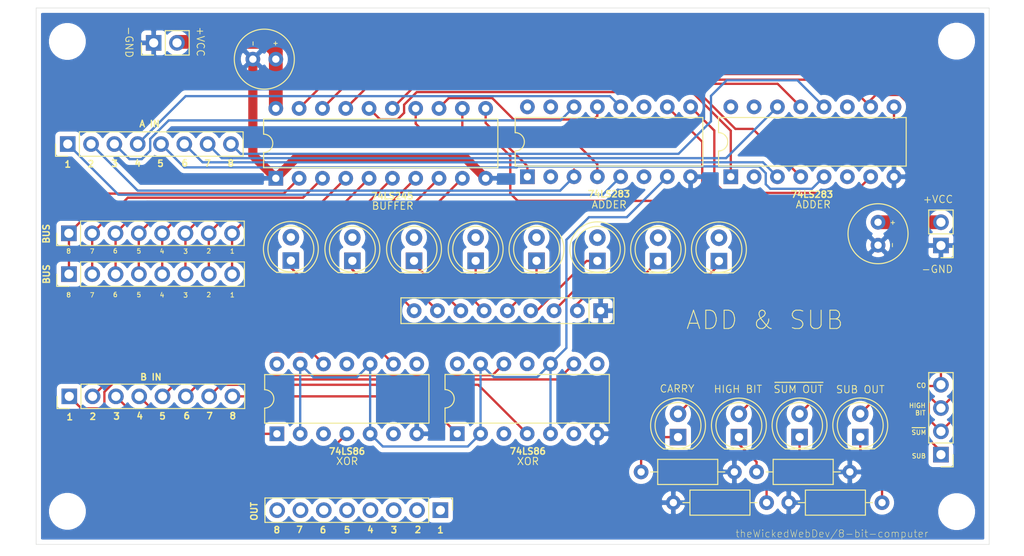
<source format=kicad_pcb>
(kicad_pcb (version 20171130) (host pcbnew "(5.1.9-0-10_14)")
  (layers (0 F.Cu signal) (1 In1.Cu signal) (2 In2.Cu signal hide) (31 B.Cu signal hide) (34 B.Paste user) (35 F.Paste user) (36 B.SilkS user) (37 F.SilkS user) (38 B.Mask user) (39 F.Mask user) (44 Edge.Cuts user))
  (net 0 "")
  (net 1 GND)
  (net 2 VCC)
  (net 3 A8)
  (net 4 A7)
  (net 5 A6)
  (net 6 A5)
  (net 7 A4)
  (net 8 A3)
  (net 9 A2)
  (net 10 A1)
  (net 11 B8)
  (net 12 B7)
  (net 13 B6)
  (net 14 B5)
  (net 15 B4)
  (net 16 B3)
  (net 17 B2)
  (net 18 B1)
  (net 19 /Y1)
  (net 20 /Y2)
  (net 21 /Y3)
  (net 22 /Y4)
  (net 23 /Y5)
  (net 24 /Y6)
  (net 25 /Y7)
  (net 26 /Y8)
  (net 27 "Net-(D25-Pad1)")
  (net 28 "Net-(D26-Pad1)")
  (net 29 "Net-(D27-Pad1)")
  (net 30 "Net-(D28-Pad1)")
  (net 31 /SUM_OUT)
  (net 32 /SUB)
  (net 33 /SUM8)
  (net 34 /CARRY_OUT)
  (net 35 /SUM7)
  (net 36 /SUM6)
  (net 37 /SUM5)
  (net 38 /SUM4)
  (net 39 /SUM3)
  (net 40 /SUM2)
  (net 41 /SUM1)
  (net 42 "Net-(U12-Pad15)")
  (net 43 "Net-(U12-Pad7)")
  (net 44 "Net-(U12-Pad6)")
  (net 45 "Net-(U12-Pad11)")
  (net 46 "Net-(U12-Pad2)")
  (net 47 "Net-(U13-Pad15)")
  (net 48 "Net-(U13-Pad6)")
  (net 49 "Net-(U13-Pad11)")
  (net 50 "Net-(U13-Pad2)")
  (net 51 "Net-(D1-Pad1)")
  (net 52 "Net-(D2-Pad1)")
  (net 53 "Net-(D3-Pad1)")
  (net 54 "Net-(D4-Pad1)")
  (net 55 "Net-(D5-Pad1)")
  (net 56 "Net-(D6-Pad1)")
  (net 57 "Net-(D7-Pad1)")
  (net 58 "Net-(D8-Pad1)")
  (module Connector_PinHeader_2.54mm:PinHeader_1x08_P2.54mm_Vertical (layer F.Cu) (at 111.22152 108.06684 270)
    (fp_text reference J8 hide)
    (fp_text value Conn_01x08)
    (pad 8 thru_hole oval (at 0 17.78 270) (size 1.7 1.7) (drill 1) (layers *.Cu *.Mask) (net 33 /SUM8))
    (pad 7 thru_hole oval (at 0 15.24 270) (size 1.7 1.7) (drill 1) (layers *.Cu *.Mask) (net 35 /SUM7))
    (pad 6 thru_hole oval (at 0 12.7 270) (size 1.7 1.7) (drill 1) (layers *.Cu *.Mask) (net 36 /SUM6))
    (pad 5 thru_hole oval (at 0 10.16 270) (size 1.7 1.7) (drill 1) (layers *.Cu *.Mask) (net 37 /SUM5))
    (pad 4 thru_hole oval (at 0 7.62 270) (size 1.7 1.7) (drill 1) (layers *.Cu *.Mask) (net 38 /SUM4))
    (pad 3 thru_hole oval (at 0 5.08 270) (size 1.7 1.7) (drill 1) (layers *.Cu *.Mask) (net 39 /SUM3))
    (pad 2 thru_hole oval (at 0 2.54 270) (size 1.7 1.7) (drill 1) (layers *.Cu *.Mask) (net 40 /SUM2))
    (pad 1 thru_hole rect (at 0 0 270) (size 1.7 1.7) (drill 1) (layers *.Cu *.Mask) (net 41 /SUM1))
  )
  (module Connector_PinHeader_2.54mm:PinHeader_1x02_P2.54mm_Vertical (layer F.Cu) (at 79.98968 57.10936 90)
    (fp_text reference J7 hide)
    (fp_text value Conn_01x02)
    (pad 2 thru_hole oval (at 0 2.54 90) (size 1.7 1.7) (drill 1) (layers *.Cu *.Mask) (net 2 VCC))
    (pad 1 thru_hole rect (at 0 0 90) (size 1.7 1.7) (drill 1) (layers *.Cu *.Mask) (net 1 GND))
  )
  (module Connector_PinHeader_2.54mm:PinHeader_1x08_P2.54mm_Vertical (layer F.Cu) (at 70.79488 95.6564 90)
    (fp_text reference J3 hide)
    (fp_text value Conn_01x08)
    (pad 8 thru_hole oval (at 0 17.78 90) (size 1.7 1.7) (drill 1) (layers *.Cu *.Mask) (net 11 B8))
    (pad 7 thru_hole oval (at 0 15.24 90) (size 1.7 1.7) (drill 1) (layers *.Cu *.Mask) (net 12 B7))
    (pad 6 thru_hole oval (at 0 12.7 90) (size 1.7 1.7) (drill 1) (layers *.Cu *.Mask) (net 13 B6))
    (pad 5 thru_hole oval (at 0 10.16 90) (size 1.7 1.7) (drill 1) (layers *.Cu *.Mask) (net 14 B5))
    (pad 4 thru_hole oval (at 0 7.62 90) (size 1.7 1.7) (drill 1) (layers *.Cu *.Mask) (net 15 B4))
    (pad 3 thru_hole oval (at 0 5.08 90) (size 1.7 1.7) (drill 1) (layers *.Cu *.Mask) (net 16 B3))
    (pad 2 thru_hole oval (at 0 2.54 90) (size 1.7 1.7) (drill 1) (layers *.Cu *.Mask) (net 17 B2))
    (pad 1 thru_hole rect (at 0 0 90) (size 1.7 1.7) (drill 1) (layers *.Cu *.Mask) (net 18 B1))
  )
  (module Connector_PinHeader_2.54mm:PinHeader_1x04_P2.54mm_Vertical (layer F.Cu) (at 165.75532 102.01148 180)
    (fp_text reference J5 hide)
    (fp_text value Conn_01x04)
    (pad 4 thru_hole oval (at 0 7.62 180) (size 1.7 1.7) (drill 1) (layers *.Cu *.Mask) (net 34 /CARRY_OUT))
    (pad 3 thru_hole oval (at 0 5.08 180) (size 1.7 1.7) (drill 1) (layers *.Cu *.Mask) (net 33 /SUM8))
    (pad 2 thru_hole oval (at 0 2.54 180) (size 1.7 1.7) (drill 1) (layers *.Cu *.Mask) (net 31 /SUM_OUT))
    (pad 1 thru_hole rect (at 0 0 180) (size 1.7 1.7) (drill 1) (layers *.Cu *.Mask) (net 32 /SUB))
  )
  (module Resistor_THT:R_Array_SIP9 (layer F.Cu) (at 128.68656 86.31428 180)
    (fp_text reference RN1 hide)
    (fp_text value R_Network08_US)
    (pad 9 thru_hole oval (at 20.32 0 180) (size 1.6 1.6) (drill 0.8) (layers *.Cu *.Mask) (net 51 "Net-(D1-Pad1)"))
    (pad 8 thru_hole oval (at 17.78 0 180) (size 1.6 1.6) (drill 0.8) (layers *.Cu *.Mask) (net 52 "Net-(D2-Pad1)"))
    (pad 7 thru_hole oval (at 15.24 0 180) (size 1.6 1.6) (drill 0.8) (layers *.Cu *.Mask) (net 53 "Net-(D3-Pad1)"))
    (pad 6 thru_hole oval (at 12.7 0 180) (size 1.6 1.6) (drill 0.8) (layers *.Cu *.Mask) (net 54 "Net-(D4-Pad1)"))
    (pad 5 thru_hole oval (at 10.16 0 180) (size 1.6 1.6) (drill 0.8) (layers *.Cu *.Mask) (net 55 "Net-(D5-Pad1)"))
    (pad 4 thru_hole oval (at 7.62 0 180) (size 1.6 1.6) (drill 0.8) (layers *.Cu *.Mask) (net 56 "Net-(D6-Pad1)"))
    (pad 3 thru_hole oval (at 5.08 0 180) (size 1.6 1.6) (drill 0.8) (layers *.Cu *.Mask) (net 57 "Net-(D7-Pad1)"))
    (pad 2 thru_hole oval (at 2.54 0 180) (size 1.6 1.6) (drill 0.8) (layers *.Cu *.Mask) (net 58 "Net-(D8-Pad1)"))
    (pad 1 thru_hole rect (at 0 0 180) (size 1.6 1.6) (drill 0.8) (layers *.Cu *.Mask) (net 1 GND))
  )
  (module LED_THT:LED_D5.0mm (layer F.Cu) (at 141.56944 80.899 90)
    (fp_text reference D8 hide)
    (fp_text value LED)
    (pad 2 thru_hole circle (at 2.54 0 90) (size 1.8 1.8) (drill 0.9) (layers *.Cu *.Mask) (net 41 /SUM1))
    (pad 1 thru_hole rect (at 0 0 90) (size 1.8 1.8) (drill 0.9) (layers *.Cu *.Mask) (net 58 "Net-(D8-Pad1)"))
  )
  (module LED_THT:LED_D5.0mm (layer F.Cu) (at 134.94004 80.899 90)
    (fp_text reference D7 hide)
    (fp_text value LED)
    (pad 2 thru_hole circle (at 2.54 0 90) (size 1.8 1.8) (drill 0.9) (layers *.Cu *.Mask) (net 40 /SUM2))
    (pad 1 thru_hole rect (at 0 0 90) (size 1.8 1.8) (drill 0.9) (layers *.Cu *.Mask) (net 57 "Net-(D7-Pad1)"))
  )
  (module LED_THT:LED_D5.0mm (layer F.Cu) (at 128.32588 80.88884 90)
    (fp_text reference D6 hide)
    (fp_text value LED)
    (pad 2 thru_hole circle (at 2.54 0 90) (size 1.8 1.8) (drill 0.9) (layers *.Cu *.Mask) (net 39 /SUM3))
    (pad 1 thru_hole rect (at 0 0 90) (size 1.8 1.8) (drill 0.9) (layers *.Cu *.Mask) (net 56 "Net-(D6-Pad1)"))
  )
  (module LED_THT:LED_D5.0mm (layer F.Cu) (at 121.69648 80.8736 90)
    (fp_text reference D5 hide)
    (fp_text value LED)
    (pad 2 thru_hole circle (at 2.54 0 90) (size 1.8 1.8) (drill 0.9) (layers *.Cu *.Mask) (net 38 /SUM4))
    (pad 1 thru_hole rect (at 0 0 90) (size 1.8 1.8) (drill 0.9) (layers *.Cu *.Mask) (net 55 "Net-(D5-Pad1)"))
  )
  (module LED_THT:LED_D5.0mm (layer F.Cu) (at 115.06708 80.8736 90)
    (fp_text reference D4 hide)
    (fp_text value LED)
    (pad 2 thru_hole circle (at 2.54 0 90) (size 1.8 1.8) (drill 0.9) (layers *.Cu *.Mask) (net 37 /SUM5))
    (pad 1 thru_hole rect (at 0 0 90) (size 1.8 1.8) (drill 0.9) (layers *.Cu *.Mask) (net 54 "Net-(D4-Pad1)"))
  )
  (module LED_THT:LED_D5.0mm (layer F.Cu) (at 108.35132 80.8736 90)
    (fp_text reference D3 hide)
    (fp_text value LED)
    (pad 2 thru_hole circle (at 2.54 0 90) (size 1.8 1.8) (drill 0.9) (layers *.Cu *.Mask) (net 36 /SUM6))
    (pad 1 thru_hole rect (at 0 0 90) (size 1.8 1.8) (drill 0.9) (layers *.Cu *.Mask) (net 53 "Net-(D3-Pad1)"))
  )
  (module LED_THT:LED_D5.0mm (layer F.Cu) (at 101.63556 80.8736 90)
    (fp_text reference D2 hide)
    (fp_text value LED)
    (pad 2 thru_hole circle (at 2.54 0 90) (size 1.8 1.8) (drill 0.9) (layers *.Cu *.Mask) (net 35 /SUM7))
    (pad 1 thru_hole rect (at 0 0 90) (size 1.8 1.8) (drill 0.9) (layers *.Cu *.Mask) (net 52 "Net-(D2-Pad1)"))
  )
  (module LED_THT:LED_D5.0mm (layer F.Cu) (at 94.93504 80.8482 90)
    (fp_text reference D1 hide)
    (fp_text value LED)
    (pad 2 thru_hole circle (at 2.54 0 90) (size 1.8 1.8) (drill 0.9) (layers *.Cu *.Mask) (net 33 /SUM8))
    (pad 1 thru_hole rect (at 0 0 90) (size 1.8 1.8) (drill 0.9) (layers *.Cu *.Mask) (net 51 "Net-(D1-Pad1)"))
  )
  (module Capacitor_THT:C_Radial_D6.3mm_H11.0mm_P2.50mm (layer F.Cu) (at 93.2942 58.88736 180)
    (fp_text reference C4 hide)
    (fp_text value CP1)
    (pad 2 thru_hole circle (at 2.5 0 180) (size 1.6 1.6) (drill 0.8) (layers *.Cu *.Mask) (net 1 GND))
    (pad 1 thru_hole circle (at 0 0 180) (size 1.6 1.6) (drill 0.8) (layers *.Cu *.Mask) (net 2 VCC))
  )
  (module MountingHole:MountingHole_3mm (layer F.Cu) (at 167.45712 56.92648)
    (fp_text reference REF** hide)
    (fp_text value MountingHole_3mm)
    (pad 1 np_thru_hole circle (at 0 0) (size 3 3) (drill 3) (layers *.Cu *.Mask))
  )
  (module MountingHole:MountingHole_3mm (layer F.Cu) (at 167.46728 108.22432)
    (fp_text reference REF** hide)
    (fp_text value MountingHole_3mm)
    (pad 1 np_thru_hole circle (at 0 0) (size 3 3) (drill 3) (layers *.Cu *.Mask))
  )
  (module MountingHole:MountingHole_3mm (layer F.Cu) (at 70.59168 108.19384)
    (fp_text reference REF** hide)
    (fp_text value MountingHole_3mm)
    (pad 1 np_thru_hole circle (at 0 0) (size 3 3) (drill 3) (layers *.Cu *.Mask))
  )
  (module MountingHole:MountingHole_3mm (layer F.Cu) (at 70.5866 56.95696)
    (fp_text reference REF** hide)
    (fp_text value MountingHole_3mm)
    (pad 1 np_thru_hole circle (at 0 0) (size 3 3) (drill 3) (layers *.Cu *.Mask))
  )
  (module Connector_PinHeader_2.54mm:PinHeader_1x08_P2.54mm_Vertical (layer F.Cu) (at 70.75932 82.32648 90)
    (fp_text reference J6 hide)
    (fp_text value Conn_01x08)
    (pad 8 thru_hole oval (at 0 17.78 90) (size 1.7 1.7) (drill 1) (layers *.Cu *.Mask) (net 19 /Y1))
    (pad 7 thru_hole oval (at 0 15.24 90) (size 1.7 1.7) (drill 1) (layers *.Cu *.Mask) (net 20 /Y2))
    (pad 6 thru_hole oval (at 0 12.7 90) (size 1.7 1.7) (drill 1) (layers *.Cu *.Mask) (net 21 /Y3))
    (pad 5 thru_hole oval (at 0 10.16 90) (size 1.7 1.7) (drill 1) (layers *.Cu *.Mask) (net 22 /Y4))
    (pad 4 thru_hole oval (at 0 7.62 90) (size 1.7 1.7) (drill 1) (layers *.Cu *.Mask) (net 23 /Y5))
    (pad 3 thru_hole oval (at 0 5.08 90) (size 1.7 1.7) (drill 1) (layers *.Cu *.Mask) (net 24 /Y6))
    (pad 2 thru_hole oval (at 0 2.54 90) (size 1.7 1.7) (drill 1) (layers *.Cu *.Mask) (net 25 /Y7))
    (pad 1 thru_hole rect (at 0 0 90) (size 1.7 1.7) (drill 1) (layers *.Cu *.Mask) (net 26 /Y8))
  )
  (module Connector_PinHeader_2.54mm:PinHeader_1x08_P2.54mm_Vertical (layer F.Cu) (at 70.74916 77.8764 90)
    (fp_text reference J4 hide)
    (fp_text value Conn_01x08)
    (pad 8 thru_hole oval (at 0 17.78 90) (size 1.7 1.7) (drill 1) (layers *.Cu *.Mask) (net 19 /Y1))
    (pad 7 thru_hole oval (at 0 15.24 90) (size 1.7 1.7) (drill 1) (layers *.Cu *.Mask) (net 20 /Y2))
    (pad 6 thru_hole oval (at 0 12.7 90) (size 1.7 1.7) (drill 1) (layers *.Cu *.Mask) (net 21 /Y3))
    (pad 5 thru_hole oval (at 0 10.16 90) (size 1.7 1.7) (drill 1) (layers *.Cu *.Mask) (net 22 /Y4))
    (pad 4 thru_hole oval (at 0 7.62 90) (size 1.7 1.7) (drill 1) (layers *.Cu *.Mask) (net 23 /Y5))
    (pad 3 thru_hole oval (at 0 5.08 90) (size 1.7 1.7) (drill 1) (layers *.Cu *.Mask) (net 24 /Y6))
    (pad 2 thru_hole oval (at 0 2.54 90) (size 1.7 1.7) (drill 1) (layers *.Cu *.Mask) (net 25 /Y7))
    (pad 1 thru_hole rect (at 0 0 90) (size 1.7 1.7) (drill 1) (layers *.Cu *.Mask) (net 26 /Y8))
  )
  (module Package_DIP:DIP-14_W7.62mm (layer F.Cu) (at 93.41104 99.74072 90)
    (fp_text reference U15 hide)
    (fp_text value 74LS86)
    (pad 14 thru_hole oval (at 7.62 0 90) (size 1.6 1.6) (drill 0.8) (layers *.Cu *.Mask) (net 2 VCC))
    (pad 7 thru_hole oval (at 0 15.24 90) (size 1.6 1.6) (drill 0.8) (layers *.Cu *.Mask) (net 1 GND))
    (pad 13 thru_hole oval (at 7.62 2.54 90) (size 1.6 1.6) (drill 0.8) (layers *.Cu *.Mask) (net 32 /SUB))
    (pad 6 thru_hole oval (at 0 12.7 90) (size 1.6 1.6) (drill 0.8) (layers *.Cu *.Mask) (net 47 "Net-(U13-Pad15)"))
    (pad 12 thru_hole oval (at 7.62 5.08 90) (size 1.6 1.6) (drill 0.8) (layers *.Cu *.Mask) (net 18 B1))
    (pad 5 thru_hole oval (at 0 10.16 90) (size 1.6 1.6) (drill 0.8) (layers *.Cu *.Mask) (net 32 /SUB))
    (pad 11 thru_hole oval (at 7.62 7.62 90) (size 1.6 1.6) (drill 0.8) (layers *.Cu *.Mask) (net 48 "Net-(U13-Pad6)"))
    (pad 4 thru_hole oval (at 0 7.62 90) (size 1.6 1.6) (drill 0.8) (layers *.Cu *.Mask) (net 16 B3))
    (pad 10 thru_hole oval (at 7.62 10.16 90) (size 1.6 1.6) (drill 0.8) (layers *.Cu *.Mask) (net 32 /SUB))
    (pad 3 thru_hole oval (at 0 5.08 90) (size 1.6 1.6) (drill 0.8) (layers *.Cu *.Mask) (net 49 "Net-(U13-Pad11)"))
    (pad 9 thru_hole oval (at 7.62 12.7 90) (size 1.6 1.6) (drill 0.8) (layers *.Cu *.Mask) (net 17 B2))
    (pad 2 thru_hole oval (at 0 2.54 90) (size 1.6 1.6) (drill 0.8) (layers *.Cu *.Mask) (net 32 /SUB))
    (pad 8 thru_hole oval (at 7.62 15.24 90) (size 1.6 1.6) (drill 0.8) (layers *.Cu *.Mask) (net 50 "Net-(U13-Pad2)"))
    (pad 1 thru_hole rect (at 0 0 90) (size 1.6 1.6) (drill 0.8) (layers *.Cu *.Mask) (net 15 B4))
  )
  (module Package_DIP:DIP-14_W7.62mm (layer F.Cu) (at 113.06048 99.73056 90)
    (fp_text reference U14 hide)
    (fp_text value 74LS86)
    (pad 14 thru_hole oval (at 7.62 0 90) (size 1.6 1.6) (drill 0.8) (layers *.Cu *.Mask) (net 2 VCC))
    (pad 7 thru_hole oval (at 0 15.24 90) (size 1.6 1.6) (drill 0.8) (layers *.Cu *.Mask) (net 1 GND))
    (pad 13 thru_hole oval (at 7.62 2.54 90) (size 1.6 1.6) (drill 0.8) (layers *.Cu *.Mask) (net 32 /SUB))
    (pad 6 thru_hole oval (at 0 12.7 90) (size 1.6 1.6) (drill 0.8) (layers *.Cu *.Mask) (net 42 "Net-(U12-Pad15)"))
    (pad 12 thru_hole oval (at 7.62 5.08 90) (size 1.6 1.6) (drill 0.8) (layers *.Cu *.Mask) (net 14 B5))
    (pad 5 thru_hole oval (at 0 10.16 90) (size 1.6 1.6) (drill 0.8) (layers *.Cu *.Mask) (net 32 /SUB))
    (pad 11 thru_hole oval (at 7.62 7.62 90) (size 1.6 1.6) (drill 0.8) (layers *.Cu *.Mask) (net 44 "Net-(U12-Pad6)"))
    (pad 4 thru_hole oval (at 0 7.62 90) (size 1.6 1.6) (drill 0.8) (layers *.Cu *.Mask) (net 12 B7))
    (pad 10 thru_hole oval (at 7.62 10.16 90) (size 1.6 1.6) (drill 0.8) (layers *.Cu *.Mask) (net 32 /SUB))
    (pad 3 thru_hole oval (at 0 5.08 90) (size 1.6 1.6) (drill 0.8) (layers *.Cu *.Mask) (net 45 "Net-(U12-Pad11)"))
    (pad 9 thru_hole oval (at 7.62 12.7 90) (size 1.6 1.6) (drill 0.8) (layers *.Cu *.Mask) (net 13 B6))
    (pad 2 thru_hole oval (at 0 2.54 90) (size 1.6 1.6) (drill 0.8) (layers *.Cu *.Mask) (net 32 /SUB))
    (pad 8 thru_hole oval (at 7.62 15.24 90) (size 1.6 1.6) (drill 0.8) (layers *.Cu *.Mask) (net 46 "Net-(U12-Pad2)"))
    (pad 1 thru_hole rect (at 0 0 90) (size 1.6 1.6) (drill 0.8) (layers *.Cu *.Mask) (net 11 B8))
  )
  (module Package_DIP:DIP-16_W7.62mm (layer F.Cu) (at 120.70334 71.70928 90)
    (fp_text reference U13 hide)
    (fp_text value 74LS283)
    (pad 16 thru_hole oval (at 7.62 0 90) (size 1.6 1.6) (drill 0.8) (layers *.Cu *.Mask) (net 2 VCC))
    (pad 8 thru_hole oval (at 0 17.78 90) (size 1.6 1.6) (drill 0.8) (layers *.Cu *.Mask) (net 1 GND))
    (pad 15 thru_hole oval (at 7.62 2.54 90) (size 1.6 1.6) (drill 0.8) (layers *.Cu *.Mask) (net 47 "Net-(U13-Pad15)"))
    (pad 7 thru_hole oval (at 0 15.24 90) (size 1.6 1.6) (drill 0.8) (layers *.Cu *.Mask) (net 32 /SUB))
    (pad 14 thru_hole oval (at 7.62 5.08 90) (size 1.6 1.6) (drill 0.8) (layers *.Cu *.Mask) (net 8 A3))
    (pad 6 thru_hole oval (at 0 12.7 90) (size 1.6 1.6) (drill 0.8) (layers *.Cu *.Mask) (net 48 "Net-(U13-Pad6)"))
    (pad 13 thru_hole oval (at 7.62 7.62 90) (size 1.6 1.6) (drill 0.8) (layers *.Cu *.Mask) (net 39 /SUM3))
    (pad 5 thru_hole oval (at 0 10.16 90) (size 1.6 1.6) (drill 0.8) (layers *.Cu *.Mask) (net 10 A1))
    (pad 12 thru_hole oval (at 7.62 10.16 90) (size 1.6 1.6) (drill 0.8) (layers *.Cu *.Mask) (net 7 A4))
    (pad 4 thru_hole oval (at 0 7.62 90) (size 1.6 1.6) (drill 0.8) (layers *.Cu *.Mask) (net 41 /SUM1))
    (pad 11 thru_hole oval (at 7.62 12.7 90) (size 1.6 1.6) (drill 0.8) (layers *.Cu *.Mask) (net 49 "Net-(U13-Pad11)"))
    (pad 3 thru_hole oval (at 0 5.08 90) (size 1.6 1.6) (drill 0.8) (layers *.Cu *.Mask) (net 9 A2))
    (pad 10 thru_hole oval (at 7.62 15.24 90) (size 1.6 1.6) (drill 0.8) (layers *.Cu *.Mask) (net 38 /SUM4))
    (pad 2 thru_hole oval (at 0 2.54 90) (size 1.6 1.6) (drill 0.8) (layers *.Cu *.Mask) (net 50 "Net-(U13-Pad2)"))
    (pad 9 thru_hole oval (at 7.62 17.78 90) (size 1.6 1.6) (drill 0.8) (layers *.Cu *.Mask) (net 43 "Net-(U12-Pad7)"))
    (pad 1 thru_hole rect (at 0 0 90) (size 1.6 1.6) (drill 0.8) (layers *.Cu *.Mask) (net 40 /SUM2))
  )
  (module Package_DIP:DIP-16_W7.62mm (layer F.Cu) (at 142.85976 71.70928 90)
    (fp_text reference U12 hide)
    (fp_text value 74LS283)
    (pad 16 thru_hole oval (at 7.62 0 90) (size 1.6 1.6) (drill 0.8) (layers *.Cu *.Mask) (net 2 VCC))
    (pad 8 thru_hole oval (at 0 17.78 90) (size 1.6 1.6) (drill 0.8) (layers *.Cu *.Mask) (net 1 GND))
    (pad 15 thru_hole oval (at 7.62 2.54 90) (size 1.6 1.6) (drill 0.8) (layers *.Cu *.Mask) (net 42 "Net-(U12-Pad15)"))
    (pad 7 thru_hole oval (at 0 15.24 90) (size 1.6 1.6) (drill 0.8) (layers *.Cu *.Mask) (net 43 "Net-(U12-Pad7)"))
    (pad 14 thru_hole oval (at 7.62 5.08 90) (size 1.6 1.6) (drill 0.8) (layers *.Cu *.Mask) (net 4 A7))
    (pad 6 thru_hole oval (at 0 12.7 90) (size 1.6 1.6) (drill 0.8) (layers *.Cu *.Mask) (net 44 "Net-(U12-Pad6)"))
    (pad 13 thru_hole oval (at 7.62 7.62 90) (size 1.6 1.6) (drill 0.8) (layers *.Cu *.Mask) (net 35 /SUM7))
    (pad 5 thru_hole oval (at 0 10.16 90) (size 1.6 1.6) (drill 0.8) (layers *.Cu *.Mask) (net 6 A5))
    (pad 12 thru_hole oval (at 7.62 10.16 90) (size 1.6 1.6) (drill 0.8) (layers *.Cu *.Mask) (net 3 A8))
    (pad 4 thru_hole oval (at 0 7.62 90) (size 1.6 1.6) (drill 0.8) (layers *.Cu *.Mask) (net 37 /SUM5))
    (pad 11 thru_hole oval (at 7.62 12.7 90) (size 1.6 1.6) (drill 0.8) (layers *.Cu *.Mask) (net 45 "Net-(U12-Pad11)"))
    (pad 3 thru_hole oval (at 0 5.08 90) (size 1.6 1.6) (drill 0.8) (layers *.Cu *.Mask) (net 5 A6))
    (pad 10 thru_hole oval (at 7.62 15.24 90) (size 1.6 1.6) (drill 0.8) (layers *.Cu *.Mask) (net 33 /SUM8))
    (pad 2 thru_hole oval (at 0 2.54 90) (size 1.6 1.6) (drill 0.8) (layers *.Cu *.Mask) (net 46 "Net-(U12-Pad2)"))
    (pad 9 thru_hole oval (at 7.62 17.78 90) (size 1.6 1.6) (drill 0.8) (layers *.Cu *.Mask) (net 34 /CARRY_OUT))
    (pad 1 thru_hole rect (at 0 0 90) (size 1.6 1.6) (drill 0.8) (layers *.Cu *.Mask) (net 36 /SUM6))
  )
  (module Package_DIP:DIP-20_W7.62mm (layer F.Cu) (at 93.2942 71.87692 90)
    (fp_text reference U11 hide)
    (fp_text value 74LS245)
    (pad 20 thru_hole oval (at 7.62 0 90) (size 1.6 1.6) (drill 0.8) (layers *.Cu *.Mask) (net 2 VCC))
    (pad 10 thru_hole oval (at 0 22.86 90) (size 1.6 1.6) (drill 0.8) (layers *.Cu *.Mask) (net 1 GND))
    (pad 19 thru_hole oval (at 7.62 2.54 90) (size 1.6 1.6) (drill 0.8) (layers *.Cu *.Mask) (net 31 /SUM_OUT))
    (pad 9 thru_hole oval (at 0 20.32 90) (size 1.6 1.6) (drill 0.8) (layers *.Cu *.Mask) (net 19 /Y1))
    (pad 18 thru_hole oval (at 7.62 5.08 90) (size 1.6 1.6) (drill 0.8) (layers *.Cu *.Mask) (net 33 /SUM8))
    (pad 8 thru_hole oval (at 0 17.78 90) (size 1.6 1.6) (drill 0.8) (layers *.Cu *.Mask) (net 20 /Y2))
    (pad 17 thru_hole oval (at 7.62 7.62 90) (size 1.6 1.6) (drill 0.8) (layers *.Cu *.Mask) (net 35 /SUM7))
    (pad 7 thru_hole oval (at 0 15.24 90) (size 1.6 1.6) (drill 0.8) (layers *.Cu *.Mask) (net 21 /Y3))
    (pad 16 thru_hole oval (at 7.62 10.16 90) (size 1.6 1.6) (drill 0.8) (layers *.Cu *.Mask) (net 36 /SUM6))
    (pad 6 thru_hole oval (at 0 12.7 90) (size 1.6 1.6) (drill 0.8) (layers *.Cu *.Mask) (net 22 /Y4))
    (pad 15 thru_hole oval (at 7.62 12.7 90) (size 1.6 1.6) (drill 0.8) (layers *.Cu *.Mask) (net 37 /SUM5))
    (pad 5 thru_hole oval (at 0 10.16 90) (size 1.6 1.6) (drill 0.8) (layers *.Cu *.Mask) (net 23 /Y5))
    (pad 14 thru_hole oval (at 7.62 15.24 90) (size 1.6 1.6) (drill 0.8) (layers *.Cu *.Mask) (net 38 /SUM4))
    (pad 4 thru_hole oval (at 0 7.62 90) (size 1.6 1.6) (drill 0.8) (layers *.Cu *.Mask) (net 24 /Y6))
    (pad 13 thru_hole oval (at 7.62 17.78 90) (size 1.6 1.6) (drill 0.8) (layers *.Cu *.Mask) (net 39 /SUM3))
    (pad 3 thru_hole oval (at 0 5.08 90) (size 1.6 1.6) (drill 0.8) (layers *.Cu *.Mask) (net 25 /Y7))
    (pad 12 thru_hole oval (at 7.62 20.32 90) (size 1.6 1.6) (drill 0.8) (layers *.Cu *.Mask) (net 40 /SUM2))
    (pad 2 thru_hole oval (at 0 2.54 90) (size 1.6 1.6) (drill 0.8) (layers *.Cu *.Mask) (net 26 /Y8))
    (pad 11 thru_hole oval (at 7.62 22.86 90) (size 1.6 1.6) (drill 0.8) (layers *.Cu *.Mask) (net 41 /SUM1))
    (pad 1 thru_hole rect (at 0 0 90) (size 1.6 1.6) (drill 0.8) (layers *.Cu *.Mask) (net 1 GND))
  )
  (module Resistor_THT:R_Axial_DIN0207_L6.3mm_D2.5mm_P10.16mm_Horizontal (layer F.Cu) (at 133.09092 103.89616)
    (fp_text reference R4 hide)
    (fp_text value R_Small_US)
    (pad 2 thru_hole oval (at 10.16 0) (size 1.6 1.6) (drill 0.8) (layers *.Cu *.Mask) (net 1 GND))
    (pad 1 thru_hole circle (at 0 0) (size 1.6 1.6) (drill 0.8) (layers *.Cu *.Mask) (net 30 "Net-(D28-Pad1)"))
  )
  (module Resistor_THT:R_Axial_DIN0207_L6.3mm_D2.5mm_P10.16mm_Horizontal (layer F.Cu) (at 145.669 103.89616)
    (fp_text reference R3 hide)
    (fp_text value R_Small_US)
    (pad 2 thru_hole oval (at 10.16 0) (size 1.6 1.6) (drill 0.8) (layers *.Cu *.Mask) (net 1 GND))
    (pad 1 thru_hole circle (at 0 0) (size 1.6 1.6) (drill 0.8) (layers *.Cu *.Mask) (net 29 "Net-(D27-Pad1)"))
  )
  (module Resistor_THT:R_Axial_DIN0207_L6.3mm_D2.5mm_P10.16mm_Horizontal (layer F.Cu) (at 146.7612 107.24388 180)
    (fp_text reference R2 hide)
    (fp_text value R_Small_US)
    (pad 2 thru_hole oval (at 10.16 0 180) (size 1.6 1.6) (drill 0.8) (layers *.Cu *.Mask) (net 1 GND))
    (pad 1 thru_hole circle (at 0 0 180) (size 1.6 1.6) (drill 0.8) (layers *.Cu *.Mask) (net 28 "Net-(D26-Pad1)"))
  )
  (module Resistor_THT:R_Axial_DIN0207_L6.3mm_D2.5mm_P10.16mm_Horizontal (layer F.Cu) (at 159.33928 107.24388 180)
    (fp_text reference R1 hide)
    (fp_text value R_Small_US)
    (pad 2 thru_hole oval (at 10.16 0 180) (size 1.6 1.6) (drill 0.8) (layers *.Cu *.Mask) (net 1 GND))
    (pad 1 thru_hole circle (at 0 0 180) (size 1.6 1.6) (drill 0.8) (layers *.Cu *.Mask) (net 27 "Net-(D25-Pad1)"))
  )
  (module Connector_PinHeader_2.54mm:PinHeader_1x08_P2.54mm_Vertical (layer F.Cu) (at 70.62724 68.14312 90)
    (fp_text reference J2 hide)
    (fp_text value Conn_01x08)
    (pad 8 thru_hole oval (at 0 17.78 90) (size 1.7 1.7) (drill 1) (layers *.Cu *.Mask) (net 3 A8))
    (pad 7 thru_hole oval (at 0 15.24 90) (size 1.7 1.7) (drill 1) (layers *.Cu *.Mask) (net 4 A7))
    (pad 6 thru_hole oval (at 0 12.7 90) (size 1.7 1.7) (drill 1) (layers *.Cu *.Mask) (net 5 A6))
    (pad 5 thru_hole oval (at 0 10.16 90) (size 1.7 1.7) (drill 1) (layers *.Cu *.Mask) (net 6 A5))
    (pad 4 thru_hole oval (at 0 7.62 90) (size 1.7 1.7) (drill 1) (layers *.Cu *.Mask) (net 7 A4))
    (pad 3 thru_hole oval (at 0 5.08 90) (size 1.7 1.7) (drill 1) (layers *.Cu *.Mask) (net 8 A3))
    (pad 2 thru_hole oval (at 0 2.54 90) (size 1.7 1.7) (drill 1) (layers *.Cu *.Mask) (net 9 A2))
    (pad 1 thru_hole rect (at 0 0 90) (size 1.7 1.7) (drill 1) (layers *.Cu *.Mask) (net 10 A1))
  )
  (module Connector_PinHeader_2.54mm:PinHeader_1x02_P2.54mm_Vertical (layer F.Cu) (at 165.75532 79.20736 180)
    (fp_text reference J1 hide)
    (fp_text value Conn_01x02)
    (pad 2 thru_hole oval (at 0 2.54 180) (size 1.7 1.7) (drill 1) (layers *.Cu *.Mask) (net 2 VCC))
    (pad 1 thru_hole rect (at 0 0 180) (size 1.7 1.7) (drill 1) (layers *.Cu *.Mask) (net 1 GND))
  )
  (module LED_THT:LED_D5.0mm (layer F.Cu) (at 137.11428 100.1014 90)
    (fp_text reference D28 hide)
    (fp_text value LED)
    (pad 2 thru_hole circle (at 2.54 0 90) (size 1.8 1.8) (drill 0.9) (layers *.Cu *.Mask) (net 34 /CARRY_OUT))
    (pad 1 thru_hole rect (at 0 0 90) (size 1.8 1.8) (drill 0.9) (layers *.Cu *.Mask) (net 30 "Net-(D28-Pad1)"))
  )
  (module LED_THT:LED_D5.0mm (layer F.Cu) (at 143.74368 100.10648 90)
    (fp_text reference D27 hide)
    (fp_text value LED)
    (pad 2 thru_hole circle (at 2.54 0 90) (size 1.8 1.8) (drill 0.9) (layers *.Cu *.Mask) (net 33 /SUM8))
    (pad 1 thru_hole rect (at 0 0 90) (size 1.8 1.8) (drill 0.9) (layers *.Cu *.Mask) (net 29 "Net-(D27-Pad1)"))
  )
  (module LED_THT:LED_D5.0mm (layer F.Cu) (at 150.35276 100.09632 90)
    (fp_text reference D26 hide)
    (fp_text value LED)
    (pad 2 thru_hole circle (at 2.54 0 90) (size 1.8 1.8) (drill 0.9) (layers *.Cu *.Mask) (net 31 /SUM_OUT))
    (pad 1 thru_hole rect (at 0 0 90) (size 1.8 1.8) (drill 0.9) (layers *.Cu *.Mask) (net 28 "Net-(D26-Pad1)"))
  )
  (module LED_THT:LED_D5.0mm (layer F.Cu) (at 156.96692 100.09124 90)
    (fp_text reference D25 hide)
    (fp_text value LED)
    (pad 2 thru_hole circle (at 2.54 0 90) (size 1.8 1.8) (drill 0.9) (layers *.Cu *.Mask) (net 32 /SUB))
    (pad 1 thru_hole rect (at 0 0 90) (size 1.8 1.8) (drill 0.9) (layers *.Cu *.Mask) (net 27 "Net-(D25-Pad1)"))
  )
  (module Capacitor_THT:C_Radial_D6.3mm_H11.0mm_P2.50mm (layer F.Cu) (at 158.9024 76.67244 270)
    (fp_text reference C5 hide)
    (fp_text value CP1)
    (pad 2 thru_hole circle (at 2.5 0 270) (size 1.6 1.6) (drill 0.8) (layers *.Cu *.Mask) (net 1 GND))
    (pad 1 thru_hole circle (at 0 0 270) (size 1.6 1.6) (drill 0.8) (layers *.Cu *.Mask) (net 2 VCC))
  )
  (gr_text 1 (at 111.23676 110.22584) (layer F.SilkS) (effects (font (size 0.7 0.7))))
  (gr_text 2 (at 108.77804 110.20044) (layer F.SilkS) (effects (font (size 0.7 0.7))))
  (gr_text 6 (at 98.43516 110.22584) (layer F.SilkS) (effects (font (size 0.7 0.7))))
  (gr_text 8 (at 93.40596 110.22584) (layer F.SilkS) (effects (font (size 0.7 0.7))))
  (gr_text 5 (at 101.06152 110.22584) (layer F.SilkS) (effects (font (size 0.7 0.7))))
  (gr_text 3 (at 106.16692 110.22076) (layer F.SilkS) (effects (font (size 0.7 0.7))))
  (gr_text 7 (at 95.87992 110.19536) (layer F.SilkS) (effects (font (size 0.7 0.7))))
  (gr_text 4 (at 103.59644 110.20044) (layer F.SilkS) (effects (font (size 0.7 0.7))))
  (gr_text OUT (at 90.93708 108.19384 90) (layer F.SilkS) (effects (font (size 0.7 0.7))))
  (gr_text +VCC (at 85.09 58.674 -90) (layer F.SilkS) (effects (font (size 0.8 0.8) (thickness 0.09)) (justify right)))
  (gr_text -GND (at 77.31 58.8 -90) (layer F.SilkS) (effects (font (size 0.8 0.8) (thickness 0.09)) (justify right)))
  (gr_text BUS (at 68.29552 77.9272 90) (layer F.SilkS) (effects (font (size 0.7 0.7))))
  (gr_text 5 (at 78.67396 79.81696) (layer F.SilkS) (effects (font (size 0.5 0.5) (thickness 0.09)) (justify right)))
  (gr_text 3 (at 83.76412 79.85252) (layer F.SilkS) (effects (font (size 0.5 0.5) (thickness 0.09)) (justify right)))
  (gr_text 6 (at 76.10856 79.80172) (layer F.SilkS) (effects (font (size 0.5 0.5) (thickness 0.09)) (justify right)))
  (gr_text 1 (at 88.85428 79.82712) (layer F.SilkS) (effects (font (size 0.5 0.5) (thickness 0.09)) (justify right)))
  (gr_text 8 (at 71.0184 79.82712) (layer F.SilkS) (effects (font (size 0.5 0.5) (thickness 0.09)) (justify right)))
  (gr_text 7 (at 73.5838 79.84236) (layer F.SilkS) (effects (font (size 0.5 0.5) (thickness 0.09)) (justify right)))
  (gr_text 2 (at 86.28888 79.81188) (layer F.SilkS) (effects (font (size 0.5 0.5) (thickness 0.09)) (justify right)))
  (gr_text 4 (at 81.19872 79.83728) (layer F.SilkS) (effects (font (size 0.5 0.5) (thickness 0.09)) (justify right)))
  (gr_text XOR (at 101.0666 102.72776) (layer F.SilkS) (effects (font (size 0.8 0.8) (thickness 0.1))))
  (gr_line (start 162.61588 99.07016) (end 164.05352 99.07016) (layer F.SilkS) (width 0.12))
  (gr_line (start 152.908 94.12732) (end 147.67052 94.12732) (layer F.SilkS) (width 0.12))
  (gr_text "SUB OUT" (at 159.67964 94.90456) (layer F.SilkS) (effects (font (size 0.8 0.8) (thickness 0.09)) (justify right)))
  (gr_text "SUM OUT" (at 152.99436 94.87916) (layer F.SilkS) (effects (font (size 0.8 0.8) (thickness 0.09)) (justify right)))
  (gr_text "HIGH BIT" (at 146.33448 94.87408) (layer F.SilkS) (effects (font (size 0.8 0.8) (thickness 0.09)) (justify right)))
  (gr_text CARRY (at 138.95832 94.82328) (layer F.SilkS) (effects (font (size 0.8 0.8) (thickness 0.09)) (justify right)))
  (gr_line (start 171.00804 53.30952) (end 171.00804 111.80064) (layer Edge.Cuts) (width 0.05))
  (gr_line (start 67.183 53.30952) (end 171.00804 53.30952) (layer Edge.Cuts) (width 0.05))
  (gr_line (start 67.183 111.80064) (end 67.183 53.30952) (layer Edge.Cuts) (width 0.05))
  (gr_line (start 171.00804 111.80064) (end 67.183 111.80064) (layer Edge.Cuts) (width 0.05))
  (gr_text theWickedWebDev/8-bit-computer (at 153.88 110.63) (layer F.SilkS) (effects (font (size 0.8 0.8) (thickness 0.05))))
  (gr_text "ADD & SUB" (at 146.56308 87.33536) (layer F.SilkS) (effects (font (size 2 2) (thickness 0.1))))
  (gr_text BUFFER (at 106.02976 74.89) (layer F.SilkS) (effects (font (size 0.8 0.8) (thickness 0.1))))
  (gr_text 74LS283 (at 129.59 73.59) (layer F.SilkS) (effects (font (size 0.7 0.7))))
  (gr_text ADDER (at 129.61112 74.7522) (layer F.SilkS) (effects (font (size 0.8 0.8) (thickness 0.1))))
  (gr_text ADDER (at 151.84 74.74) (layer F.SilkS) (effects (font (size 0.8 0.8) (thickness 0.1))))
  (gr_text XOR (at 120.76684 102.743) (layer F.SilkS) (effects (font (size 0.8 0.8) (thickness 0.1))))
  (gr_text - (at 160.43148 78.7908 90) (layer F.SilkS) (effects (font (size 0.5 0.5) (thickness 0.09)) (justify right)))
  (gr_text + (at 160.47212 76.34224 90) (layer F.SilkS) (effects (font (size 0.5 0.5) (thickness 0.09)) (justify right)))
  (gr_text 74LS86 (at 120.74652 101.64064) (layer F.SilkS) (effects (font (size 0.7 0.7))))
  (gr_text 74LS86 (at 101.05136 101.6508) (layer F.SilkS) (effects (font (size 0.7 0.7))))
  (gr_text 74LS283 (at 151.70912 73.63968) (layer F.SilkS) (effects (font (size 0.7 0.7))))
  (gr_text 74LS245 (at 105.98404 73.8124) (layer F.SilkS) (effects (font (size 0.7 0.7))))
  (gr_text - (at 90.8558 57.54624 270) (layer F.SilkS) (effects (font (size 0.5 0.5) (thickness 0.09)) (justify right)))
  (gr_text + (at 93.30436 57.531 270) (layer F.SilkS) (effects (font (size 0.5 0.5) (thickness 0.09)) (justify right)))
  (gr_text 4 (at 81.19872 84.6074) (layer F.SilkS) (effects (font (size 0.5 0.5) (thickness 0.09)) (justify right)))
  (gr_text 3 (at 83.76412 84.62264) (layer F.SilkS) (effects (font (size 0.5 0.5) (thickness 0.09)) (justify right)))
  (gr_text 2 (at 86.28888 84.582) (layer F.SilkS) (effects (font (size 0.5 0.5) (thickness 0.09)) (justify right)))
  (gr_text 1 (at 88.85428 84.59724) (layer F.SilkS) (effects (font (size 0.5 0.5) (thickness 0.09)) (justify right)))
  (gr_text 6 (at 76.10856 84.57184) (layer F.SilkS) (effects (font (size 0.5 0.5) (thickness 0.09)) (justify right)))
  (gr_text 5 (at 78.67396 84.58708) (layer F.SilkS) (effects (font (size 0.5 0.5) (thickness 0.09)) (justify right)))
  (gr_text 7 (at 73.5838 84.61248) (layer F.SilkS) (effects (font (size 0.5 0.5) (thickness 0.09)) (justify right)))
  (gr_text 8 (at 71.0184 84.59724) (layer F.SilkS) (effects (font (size 0.5 0.5) (thickness 0.09)) (justify right)))
  (gr_text BUS (at 68.31584 82.33156 90) (layer F.SilkS) (effects (font (size 0.7 0.7))))
  (gr_text +VCC (at 167.132 74.168) (layer F.SilkS) (effects (font (size 0.8 0.8) (thickness 0.09)) (justify right)))
  (gr_text -GND (at 167.132 81.788) (layer F.SilkS) (effects (font (size 0.8 0.8) (thickness 0.09)) (justify right)))
  (gr_text SUB (at 164.15512 102.1588) (layer F.SilkS) (effects (font (size 0.5 0.5) (thickness 0.09)) (justify right)))
  (gr_text SUM (at 164.19576 99.5934) (layer F.SilkS) (effects (font (size 0.5 0.5) (thickness 0.09)) (justify right)))
  (gr_text CO (at 164.17544 94.47276) (layer F.SilkS) (effects (font (size 0.5 0.5) (thickness 0.09)) (justify right)))
  (gr_text "HIGH\nBIT" (at 164.1348 97.06356) (layer F.SilkS) (effects (font (size 0.5 0.5) (thickness 0.09)) (justify right)))
  (gr_text "B IN" (at 79.68996 93.55328) (layer F.SilkS) (effects (font (size 0.7 0.7))))
  (gr_text 7 (at 86.0806 97.79508) (layer F.SilkS) (effects (font (size 0.7 0.7))))
  (gr_text 1 (at 70.85076 97.90176) (layer F.SilkS) (effects (font (size 0.7 0.7))))
  (gr_text 3 (at 75.95108 97.82556) (layer F.SilkS) (effects (font (size 0.7 0.7))))
  (gr_text 5 (at 80.9498 97.8154) (layer F.SilkS) (effects (font (size 0.7 0.7))))
  (gr_text 8 (at 88.60536 97.79) (layer F.SilkS) (effects (font (size 0.7 0.7))))
  (gr_text 6 (at 83.5914 97.77984) (layer F.SilkS) (effects (font (size 0.7 0.7))))
  (gr_text 4 (at 78.47076 97.79508) (layer F.SilkS) (effects (font (size 0.7 0.7))))
  (gr_text 2 (at 73.36028 97.86112) (layer F.SilkS) (effects (font (size 0.7 0.7))))
  (gr_text 8 (at 88.38692 70.24116) (layer F.SilkS) (effects (font (size 0.7 0.7))))
  (gr_text 7 (at 85.86216 70.24624) (layer F.SilkS) (effects (font (size 0.7 0.7))))
  (gr_text 6 (at 83.37296 70.231) (layer F.SilkS) (effects (font (size 0.7 0.7))))
  (gr_text 5 (at 80.73136 70.26656) (layer F.SilkS) (effects (font (size 0.7 0.7))))
  (gr_text 4 (at 78.25232 70.24624) (layer F.SilkS) (effects (font (size 0.7 0.7))))
  (gr_text 3 (at 75.73264 70.27672) (layer F.SilkS) (effects (font (size 0.7 0.7))))
  (gr_text 2 (at 73.14184 70.31228) (layer F.SilkS) (effects (font (size 0.7 0.7))))
  (gr_text 1 (at 70.63232 70.35292) (layer F.SilkS) (effects (font (size 0.7 0.7))))
  (gr_text "A IN" (at 79.54264 65.94348) (layer F.SilkS) (effects (font (size 0.7 0.7))))
  (segment (start 90.7942 69.37692) (end 93.2942 71.87692) (width 1) (layer F.Cu) (net 1))
  (segment (start 90.7942 58.88736) (end 90.7942 69.37692) (width 1) (layer F.Cu) (net 1))
  (segment (start 116.1542 71.87692) (end 113.9444 69.66712) (width 1) (layer F.Cu) (net 1))
  (segment (start 95.504 69.66712) (end 93.2942 71.87692) (width 1) (layer F.Cu) (net 1))
  (segment (start 113.9444 69.66712) (end 95.504 69.66712) (width 1) (layer F.Cu) (net 1))
  (segment (start 165.75024 76.67244) (end 165.75532 76.66736) (width 0.25) (layer F.Cu) (net 2))
  (segment (start 158.9024 76.67244) (end 165.75024 76.67244) (width 1.5) (layer F.Cu) (net 2))
  (segment (start 93.2942 58.88736) (end 93.2942 64.25692) (width 1.5) (layer F.Cu) (net 2))
  (segment (start 93.2942 58.00852) (end 93.2942 58.88736) (width 1.5) (layer F.Cu) (net 2))
  (segment (start 92.28836 57.00268) (end 93.2942 58.00852) (width 1.5) (layer F.Cu) (net 2))
  (segment (start 82.63636 57.00268) (end 92.28836 57.00268) (width 1.5) (layer F.Cu) (net 2))
  (segment (start 82.52968 57.10936) (end 82.63636 57.00268) (width 1.5) (layer F.Cu) (net 2))
  (segment (start 150.121189 61.190709) (end 153.01976 64.08928) (width 0.25) (layer B.Cu) (net 3))
  (segment (start 142.40412 61.190709) (end 150.121189 61.190709) (width 0.25) (layer B.Cu) (net 3))
  (segment (start 137.16508 69.20992) (end 140.702869 65.672131) (width 0.25) (layer B.Cu) (net 3))
  (segment (start 140.702869 65.672131) (end 140.702869 62.89196) (width 0.25) (layer B.Cu) (net 3))
  (segment (start 89.47404 69.20992) (end 137.16508 69.20992) (width 0.25) (layer B.Cu) (net 3))
  (segment (start 140.702869 62.89196) (end 142.40412 61.190709) (width 0.25) (layer B.Cu) (net 3))
  (segment (start 88.40724 68.14312) (end 89.47404 69.20992) (width 0.25) (layer B.Cu) (net 3))
  (segment (start 85.86724 68.14312) (end 87.408377 69.684257) (width 0.25) (layer B.Cu) (net 4))
  (segment (start 87.408377 69.684257) (end 142.344783 69.684257) (width 0.25) (layer B.Cu) (net 4))
  (segment (start 142.344783 69.684257) (end 147.93976 64.08928) (width 0.25) (layer B.Cu) (net 4))
  (segment (start 85.318388 70.134268) (end 146.364748 70.134268) (width 0.25) (layer B.Cu) (net 5))
  (segment (start 146.364748 70.134268) (end 147.93976 71.70928) (width 0.25) (layer B.Cu) (net 5))
  (segment (start 83.32724 68.14312) (end 85.318388 70.134268) (width 0.25) (layer B.Cu) (net 5))
  (segment (start 80.78724 68.14312) (end 83.33232 70.6882) (width 0.25) (layer B.Cu) (net 6))
  (segment (start 145.939761 70.584279) (end 146.66976 71.314278) (width 0.25) (layer B.Cu) (net 6))
  (segment (start 83.33232 70.6882) (end 119.539418 70.6882) (width 0.25) (layer B.Cu) (net 6))
  (segment (start 119.539418 70.6882) (end 119.643339 70.584279) (width 0.25) (layer B.Cu) (net 6))
  (segment (start 119.643339 70.584279) (end 145.939761 70.584279) (width 0.25) (layer B.Cu) (net 6))
  (segment (start 146.66976 71.314278) (end 146.66976 72.52716) (width 0.25) (layer B.Cu) (net 6))
  (segment (start 146.66976 72.52716) (end 147.1676 73.025) (width 0.25) (layer B.Cu) (net 6))
  (segment (start 151.70404 73.025) (end 153.01976 71.70928) (width 0.25) (layer B.Cu) (net 6))
  (segment (start 147.1676 73.025) (end 151.70404 73.025) (width 0.25) (layer B.Cu) (net 6))
  (segment (start 129.69494 62.92088) (end 130.86334 64.08928) (width 0.25) (layer B.Cu) (net 7))
  (segment (start 83.46948 62.92088) (end 129.69494 62.92088) (width 0.25) (layer B.Cu) (net 7))
  (segment (start 78.24724 68.14312) (end 83.46948 62.92088) (width 0.25) (layer B.Cu) (net 7))
  (segment (start 124.30506 65.56756) (end 125.78334 64.08928) (width 0.25) (layer B.Cu) (net 8))
  (segment (start 79.612239 67.579119) (end 81.623798 65.56756) (width 0.25) (layer B.Cu) (net 8))
  (segment (start 81.623798 65.56756) (end 124.30506 65.56756) (width 0.25) (layer B.Cu) (net 8))
  (segment (start 78.6892 69.78904) (end 79.612239 68.866001) (width 0.25) (layer B.Cu) (net 8))
  (segment (start 79.612239 68.866001) (end 79.612239 67.579119) (width 0.25) (layer B.Cu) (net 8))
  (segment (start 77.35316 69.78904) (end 78.6892 69.78904) (width 0.25) (layer B.Cu) (net 8))
  (segment (start 75.70724 68.14312) (end 77.35316 69.78904) (width 0.25) (layer B.Cu) (net 8))
  (segment (start 125.78334 71.70928) (end 125.78334 70.91426) (width 0.25) (layer F.Cu) (net 9))
  (segment (start 78.244269 73.220149) (end 124.272471 73.220149) (width 0.25) (layer B.Cu) (net 9))
  (segment (start 73.16724 68.14312) (end 78.244269 73.220149) (width 0.25) (layer B.Cu) (net 9))
  (segment (start 124.272471 73.220149) (end 125.78334 71.70928) (width 0.25) (layer B.Cu) (net 9))
  (segment (start 128.90246 73.67016) (end 130.86334 71.70928) (width 0.25) (layer B.Cu) (net 10))
  (segment (start 70.62724 68.14312) (end 76.15428 73.67016) (width 0.25) (layer B.Cu) (net 10))
  (segment (start 76.15428 73.67016) (end 128.90246 73.67016) (width 0.25) (layer B.Cu) (net 10))
  (segment (start 108.98632 95.6564) (end 113.06048 99.73056) (width 0.25) (layer F.Cu) (net 11))
  (segment (start 88.57488 95.6564) (end 108.98632 95.6564) (width 0.25) (layer F.Cu) (net 11))
  (segment (start 86.03488 95.6564) (end 87.2998 94.39148) (width 0.25) (layer F.Cu) (net 12))
  (segment (start 115.3414 94.39148) (end 120.68048 99.73056) (width 0.25) (layer F.Cu) (net 12))
  (segment (start 87.2998 94.39148) (end 115.3414 94.39148) (width 0.25) (layer F.Cu) (net 12))
  (segment (start 83.49488 95.6564) (end 85.33892 93.81236) (width 0.25) (layer F.Cu) (net 13))
  (segment (start 124.05868 93.81236) (end 125.76048 92.11056) (width 0.25) (layer F.Cu) (net 13))
  (segment (start 85.33892 93.81236) (end 124.05868 93.81236) (width 0.25) (layer F.Cu) (net 13))
  (segment (start 80.95488 95.6564) (end 83.2612 93.35008) (width 0.25) (layer F.Cu) (net 14))
  (segment (start 116.90096 93.35008) (end 118.14048 92.11056) (width 0.25) (layer F.Cu) (net 14))
  (segment (start 83.2612 93.35008) (end 116.90096 93.35008) (width 0.25) (layer F.Cu) (net 14))
  (segment (start 82.4992 99.74072) (end 93.41104 99.74072) (width 0.25) (layer F.Cu) (net 15))
  (segment (start 78.41488 95.6564) (end 82.4992 99.74072) (width 0.25) (layer F.Cu) (net 15))
  (segment (start 75.87488 95.6564) (end 81.50352 101.28504) (width 0.25) (layer F.Cu) (net 16))
  (segment (start 99.48672 101.28504) (end 101.03104 99.74072) (width 0.25) (layer F.Cu) (net 16))
  (segment (start 81.50352 101.28504) (end 99.48672 101.28504) (width 0.25) (layer F.Cu) (net 16))
  (segment (start 73.33488 95.6564) (end 78.68412 90.30716) (width 0.25) (layer F.Cu) (net 17))
  (segment (start 78.68412 90.30716) (end 104.29748 90.30716) (width 0.25) (layer F.Cu) (net 17))
  (segment (start 104.29748 90.30716) (end 106.11104 92.12072) (width 0.25) (layer F.Cu) (net 17))
  (segment (start 97.127491 90.757171) (end 98.49104 92.12072) (width 0.25) (layer F.Cu) (net 18))
  (segment (start 74.1172 96.96704) (end 74.62012 96.46412) (width 0.25) (layer F.Cu) (net 18))
  (segment (start 72.10552 96.96704) (end 74.1172 96.96704) (width 0.25) (layer F.Cu) (net 18))
  (segment (start 74.62012 95.172158) (end 79.035107 90.757171) (width 0.25) (layer F.Cu) (net 18))
  (segment (start 79.035107 90.757171) (end 97.127491 90.757171) (width 0.25) (layer F.Cu) (net 18))
  (segment (start 74.62012 96.46412) (end 74.62012 95.172158) (width 0.25) (layer F.Cu) (net 18))
  (segment (start 70.79488 95.6564) (end 72.10552 96.96704) (width 0.25) (layer F.Cu) (net 18))
  (segment (start 108.79328 76.69784) (end 113.6142 71.87692) (width 0.25) (layer F.Cu) (net 19))
  (segment (start 88.52916 77.8764) (end 89.70772 76.69784) (width 0.25) (layer F.Cu) (net 19))
  (segment (start 89.70772 76.69784) (end 108.79328 76.69784) (width 0.25) (layer F.Cu) (net 19))
  (segment (start 88.52916 82.31632) (end 88.53932 82.32648) (width 0.25) (layer F.Cu) (net 19))
  (segment (start 88.52916 77.8764) (end 88.52916 82.31632) (width 0.25) (layer F.Cu) (net 19))
  (segment (start 111.0742 71.87692) (end 106.703291 76.247829) (width 0.25) (layer F.Cu) (net 20))
  (segment (start 106.703291 76.247829) (end 87.617731 76.247829) (width 0.25) (layer F.Cu) (net 20))
  (segment (start 87.617731 76.247829) (end 85.98916 77.8764) (width 0.25) (layer F.Cu) (net 20))
  (segment (start 85.99932 77.88656) (end 85.98916 77.8764) (width 0.25) (layer F.Cu) (net 20))
  (segment (start 85.99932 82.32648) (end 85.99932 77.88656) (width 0.25) (layer F.Cu) (net 20))
  (segment (start 83.44916 77.8764) (end 85.527742 75.797818) (width 0.25) (layer F.Cu) (net 21))
  (segment (start 85.527742 75.797818) (end 104.613302 75.797818) (width 0.25) (layer F.Cu) (net 21))
  (segment (start 104.613302 75.797818) (end 108.5342 71.87692) (width 0.25) (layer F.Cu) (net 21))
  (segment (start 83.44916 82.31632) (end 83.45932 82.32648) (width 0.25) (layer F.Cu) (net 21))
  (segment (start 83.44916 77.8764) (end 83.44916 82.31632) (width 0.25) (layer F.Cu) (net 21))
  (segment (start 83.437753 75.347807) (end 80.90916 77.8764) (width 0.25) (layer F.Cu) (net 22))
  (segment (start 105.9942 71.87692) (end 102.523313 75.347807) (width 0.25) (layer F.Cu) (net 22))
  (segment (start 102.523313 75.347807) (end 83.437753 75.347807) (width 0.25) (layer F.Cu) (net 22))
  (segment (start 80.91932 77.88656) (end 80.90916 77.8764) (width 0.25) (layer F.Cu) (net 22))
  (segment (start 80.91932 82.32648) (end 80.91932 77.88656) (width 0.25) (layer F.Cu) (net 22))
  (segment (start 81.347764 74.897796) (end 78.36916 77.8764) (width 0.25) (layer F.Cu) (net 23))
  (segment (start 103.4542 71.87692) (end 100.433324 74.897796) (width 0.25) (layer F.Cu) (net 23))
  (segment (start 100.433324 74.897796) (end 81.347764 74.897796) (width 0.25) (layer F.Cu) (net 23))
  (segment (start 78.36916 77.8764) (end 78.36916 81.811172) (width 0.25) (layer F.Cu) (net 23))
  (segment (start 100.9142 71.87692) (end 98.343335 74.447785) (width 0.25) (layer F.Cu) (net 24))
  (segment (start 79.257775 74.447785) (end 75.82916 77.8764) (width 0.25) (layer F.Cu) (net 24))
  (segment (start 98.343335 74.447785) (end 79.257775 74.447785) (width 0.25) (layer F.Cu) (net 24))
  (segment (start 75.83932 77.88656) (end 75.82916 77.8764) (width 0.25) (layer F.Cu) (net 24))
  (segment (start 75.83932 82.32648) (end 75.83932 77.88656) (width 0.25) (layer F.Cu) (net 24))
  (segment (start 96.253346 73.997774) (end 77.167786 73.997774) (width 0.25) (layer F.Cu) (net 25))
  (segment (start 98.3742 71.87692) (end 96.253346 73.997774) (width 0.25) (layer F.Cu) (net 25))
  (segment (start 77.167786 73.997774) (end 73.28916 77.8764) (width 0.25) (layer F.Cu) (net 25))
  (segment (start 73.28916 82.31632) (end 73.29932 82.32648) (width 0.25) (layer F.Cu) (net 25))
  (segment (start 73.28916 77.8764) (end 73.28916 82.31632) (width 0.25) (layer F.Cu) (net 25))
  (segment (start 95.8342 71.87692) (end 94.163357 73.547763) (width 0.25) (layer F.Cu) (net 26))
  (segment (start 94.163357 73.547763) (end 75.077797 73.547763) (width 0.25) (layer F.Cu) (net 26))
  (segment (start 75.077797 73.547763) (end 70.74916 77.8764) (width 0.25) (layer F.Cu) (net 26))
  (segment (start 70.75932 77.88656) (end 70.74916 77.8764) (width 0.25) (layer F.Cu) (net 26))
  (segment (start 70.75932 82.32648) (end 70.75932 77.88656) (width 0.25) (layer F.Cu) (net 26))
  (segment (start 156.96692 100.09124) (end 156.96692 101.48824) (width 0.25) (layer F.Cu) (net 27))
  (segment (start 159.33928 103.8606) (end 159.33928 107.24388) (width 0.25) (layer F.Cu) (net 27))
  (segment (start 156.96692 101.48824) (end 159.33928 103.8606) (width 0.25) (layer F.Cu) (net 27))
  (segment (start 150.35276 100.09632) (end 150.35276 101.63556) (width 0.25) (layer F.Cu) (net 28))
  (segment (start 146.7612 105.22712) (end 146.7612 107.24388) (width 0.25) (layer F.Cu) (net 28))
  (segment (start 150.35276 101.63556) (end 146.7612 105.22712) (width 0.25) (layer F.Cu) (net 28))
  (segment (start 143.74368 100.10648) (end 143.74368 100.88372) (width 0.25) (layer F.Cu) (net 29))
  (segment (start 145.669 102.80904) (end 145.669 103.89616) (width 0.25) (layer F.Cu) (net 29))
  (segment (start 143.74368 100.88372) (end 145.669 102.80904) (width 0.25) (layer F.Cu) (net 29))
  (segment (start 137.11428 100.1014) (end 135.5598 100.1014) (width 0.25) (layer F.Cu) (net 30))
  (segment (start 133.09092 102.57028) (end 133.09092 103.89616) (width 0.25) (layer F.Cu) (net 30))
  (segment (start 135.5598 100.1014) (end 133.09092 102.57028) (width 0.25) (layer F.Cu) (net 30))
  (segment (start 95.99676 64.09436) (end 95.8342 64.25692) (width 0.25) (layer F.Cu) (net 31))
  (segment (start 165.99408 99.71024) (end 165.75532 99.47148) (width 0.25) (layer F.Cu) (net 31))
  (segment (start 165.75532 99.47148) (end 164.432411 98.148571) (width 0.25) (layer F.Cu) (net 31))
  (segment (start 152.480418 95.428662) (end 150.35276 97.55632) (width 0.25) (layer F.Cu) (net 31))
  (segment (start 164.432411 98.148571) (end 164.432411 96.40472) (width 0.25) (layer F.Cu) (net 31))
  (segment (start 164.432411 96.40472) (end 163.456353 95.428662) (width 0.25) (layer F.Cu) (net 31))
  (segment (start 163.456353 95.428662) (end 152.480418 95.428662) (width 0.25) (layer F.Cu) (net 31))
  (segment (start 95.8342 64.25692) (end 99.58324 60.50788) (width 0.25) (layer F.Cu) (net 31))
  (segment (start 99.58324 60.50788) (end 155.74772 60.50788) (width 0.25) (layer F.Cu) (net 31))
  (segment (start 155.74772 60.50788) (end 157.49524 62.2554) (width 0.25) (layer F.Cu) (net 31))
  (segment (start 157.49524 62.2554) (end 161.7218 62.2554) (width 0.25) (layer F.Cu) (net 31))
  (segment (start 161.7218 62.2554) (end 162.88004 63.41364) (width 0.25) (layer F.Cu) (net 31))
  (segment (start 162.88004 63.41364) (end 162.88004 67.18808) (width 0.25) (layer F.Cu) (net 31))
  (segment (start 162.88004 67.18808) (end 169.02176 73.3298) (width 0.25) (layer F.Cu) (net 31))
  (segment (start 169.02176 73.3298) (end 169.02176 84.94268) (width 0.25) (layer F.Cu) (net 31))
  (segment (start 169.02176 84.94268) (end 166.93388 87.03056) (width 0.25) (layer F.Cu) (net 31))
  (segment (start 166.93388 87.03056) (end 166.93388 90.72372) (width 0.25) (layer F.Cu) (net 31))
  (segment (start 166.93388 90.72372) (end 167.98036 91.7702) (width 0.25) (layer F.Cu) (net 31))
  (segment (start 167.98036 97.24644) (end 165.75532 99.47148) (width 0.25) (layer F.Cu) (net 31))
  (segment (start 167.98036 91.7702) (end 167.98036 97.24644) (width 0.25) (layer F.Cu) (net 31))
  (segment (start 123.22048 92.11056) (end 123.22048 99.73056) (width 0.25) (layer B.Cu) (net 32))
  (segment (start 115.60048 92.11056) (end 115.60048 99.73056) (width 0.25) (layer B.Cu) (net 32))
  (segment (start 103.57104 92.12072) (end 103.57104 99.74072) (width 0.25) (layer B.Cu) (net 32))
  (segment (start 95.95104 92.12072) (end 95.95104 99.74072) (width 0.25) (layer B.Cu) (net 32))
  (segment (start 121.78284 93.5482) (end 123.22048 92.11056) (width 0.25) (layer B.Cu) (net 32))
  (segment (start 117.03812 93.5482) (end 121.78284 93.5482) (width 0.25) (layer B.Cu) (net 32))
  (segment (start 115.60048 92.11056) (end 117.03812 93.5482) (width 0.25) (layer B.Cu) (net 32))
  (segment (start 102.10292 93.58884) (end 103.57104 92.12072) (width 0.25) (layer B.Cu) (net 32))
  (segment (start 97.41916 93.58884) (end 102.10292 93.58884) (width 0.25) (layer B.Cu) (net 32))
  (segment (start 95.95104 92.12072) (end 97.41916 93.58884) (width 0.25) (layer B.Cu) (net 32))
  (segment (start 114.20856 101.12248) (end 115.60048 99.73056) (width 0.25) (layer B.Cu) (net 32))
  (segment (start 104.9528 101.12248) (end 114.20856 101.12248) (width 0.25) (layer B.Cu) (net 32))
  (segment (start 103.57104 99.74072) (end 104.9528 101.12248) (width 0.25) (layer B.Cu) (net 32))
  (segment (start 135.94334 71.70928) (end 131.52882 76.1238) (width 0.25) (layer B.Cu) (net 32))
  (segment (start 131.52882 76.1238) (end 127.4064 76.1238) (width 0.25) (layer B.Cu) (net 32))
  (segment (start 127.4064 76.1238) (end 124.95276 78.57744) (width 0.25) (layer B.Cu) (net 32))
  (segment (start 124.95276 90.37828) (end 123.22048 92.11056) (width 0.25) (layer B.Cu) (net 32))
  (segment (start 124.95276 78.57744) (end 124.95276 90.37828) (width 0.25) (layer B.Cu) (net 32))
  (segment (start 163.9824 96.59112) (end 163.32708 95.9358) (width 0.25) (layer F.Cu) (net 32))
  (segment (start 165.75532 101.65588) (end 163.9824 99.88296) (width 0.25) (layer F.Cu) (net 32))
  (segment (start 163.9824 99.88296) (end 163.9824 96.59112) (width 0.25) (layer F.Cu) (net 32))
  (segment (start 158.58236 95.9358) (end 156.96692 97.55124) (width 0.25) (layer F.Cu) (net 32))
  (segment (start 163.32708 95.9358) (end 158.58236 95.9358) (width 0.25) (layer F.Cu) (net 32))
  (segment (start 165.75532 102.01148) (end 165.75532 101.65588) (width 0.25) (layer F.Cu) (net 32))
  (segment (start 98.61296 64.01816) (end 98.3742 64.25692) (width 0.25) (layer F.Cu) (net 33))
  (segment (start 101.505589 61.125531) (end 98.3742 64.25692) (width 0.25) (layer F.Cu) (net 33))
  (segment (start 155.136011 61.125531) (end 101.505589 61.125531) (width 0.25) (layer F.Cu) (net 33))
  (segment (start 158.09976 64.08928) (end 155.136011 61.125531) (width 0.25) (layer F.Cu) (net 33))
  (segment (start 165.75532 96.93148) (end 163.802491 94.978651) (width 0.25) (layer F.Cu) (net 33))
  (segment (start 163.802491 94.978651) (end 146.331509 94.978651) (width 0.25) (layer F.Cu) (net 33))
  (segment (start 146.331509 94.978651) (end 143.74368 97.56648) (width 0.25) (layer F.Cu) (net 33))
  (segment (start 158.65348 62.7888) (end 158.09976 63.34252) (width 0.25) (layer F.Cu) (net 33))
  (segment (start 168.36136 73.54824) (end 162.17392 67.3608) (width 0.25) (layer F.Cu) (net 33))
  (segment (start 166.37 86.62924) (end 168.36136 84.63788) (width 0.25) (layer F.Cu) (net 33))
  (segment (start 158.09976 63.34252) (end 158.09976 64.08928) (width 0.25) (layer F.Cu) (net 33))
  (segment (start 167.45712 95.22968) (end 167.45712 92.01912) (width 0.25) (layer F.Cu) (net 33))
  (segment (start 161.26968 62.7888) (end 158.65348 62.7888) (width 0.25) (layer F.Cu) (net 33))
  (segment (start 162.17392 63.69304) (end 161.26968 62.7888) (width 0.25) (layer F.Cu) (net 33))
  (segment (start 166.37 90.932) (end 166.37 86.62924) (width 0.25) (layer F.Cu) (net 33))
  (segment (start 168.36136 84.63788) (end 168.36136 73.54824) (width 0.25) (layer F.Cu) (net 33))
  (segment (start 167.45712 92.01912) (end 166.37 90.932) (width 0.25) (layer F.Cu) (net 33))
  (segment (start 162.17392 67.3608) (end 162.17392 63.69304) (width 0.25) (layer F.Cu) (net 33))
  (segment (start 165.75532 96.93148) (end 167.45712 95.22968) (width 0.25) (layer F.Cu) (net 33))
  (segment (start 140.14704 94.52864) (end 137.11428 97.5614) (width 0.25) (layer F.Cu) (net 34))
  (segment (start 165.61816 94.52864) (end 140.14704 94.52864) (width 0.25) (layer F.Cu) (net 34))
  (segment (start 165.75532 94.39148) (end 165.61816 94.52864) (width 0.25) (layer F.Cu) (net 34))
  (segment (start 160.63976 66.46305) (end 160.63976 64.08928) (width 0.25) (layer F.Cu) (net 34))
  (segment (start 167.911349 84.422411) (end 167.911349 73.734639) (width 0.25) (layer F.Cu) (net 34))
  (segment (start 165.75532 86.57844) (end 167.911349 84.422411) (width 0.25) (layer F.Cu) (net 34))
  (segment (start 167.911349 73.734639) (end 160.63976 66.46305) (width 0.25) (layer F.Cu) (net 34))
  (segment (start 165.75532 94.39148) (end 165.75532 86.57844) (width 0.25) (layer F.Cu) (net 34))
  (segment (start 103.595578 61.575542) (end 100.9142 64.25692) (width 0.25) (layer F.Cu) (net 35))
  (segment (start 147.966022 61.575542) (end 103.595578 61.575542) (width 0.25) (layer F.Cu) (net 35))
  (segment (start 150.47976 64.08928) (end 147.966022 61.575542) (width 0.25) (layer F.Cu) (net 35))
  (segment (start 107.26928 64.7446) (end 106.57332 65.44056) (width 0.25) (layer F.Cu) (net 36))
  (segment (start 104.63784 65.44056) (end 103.4542 64.25692) (width 0.25) (layer F.Cu) (net 36))
  (segment (start 107.26928 63.856838) (end 107.26928 64.7446) (width 0.25) (layer F.Cu) (net 36))
  (segment (start 142.85976 66.69024) (end 138.645084 62.475564) (width 0.25) (layer F.Cu) (net 36))
  (segment (start 108.650554 62.475564) (end 107.26928 63.856838) (width 0.25) (layer F.Cu) (net 36))
  (segment (start 138.645084 62.475564) (end 108.650554 62.475564) (width 0.25) (layer F.Cu) (net 36))
  (segment (start 106.57332 65.44056) (end 104.63784 65.44056) (width 0.25) (layer F.Cu) (net 36))
  (segment (start 142.85976 71.70928) (end 142.85976 66.69024) (width 0.25) (layer F.Cu) (net 36))
  (segment (start 150.47976 71.70928) (end 145.2626 66.49212) (width 0.25) (layer F.Cu) (net 37))
  (segment (start 138.896113 62.025553) (end 108.225567 62.025553) (width 0.25) (layer F.Cu) (net 37))
  (segment (start 108.225567 62.025553) (end 105.9942 64.25692) (width 0.25) (layer F.Cu) (net 37))
  (segment (start 143.36268 66.49212) (end 138.896113 62.025553) (width 0.25) (layer F.Cu) (net 37))
  (segment (start 145.2626 66.49212) (end 143.36268 66.49212) (width 0.25) (layer F.Cu) (net 37))
  (segment (start 117.1448 67.75196) (end 110.363 67.75196) (width 0.25) (layer F.Cu) (net 38))
  (segment (start 110.363 67.75196) (end 108.5342 65.92316) (width 0.25) (layer F.Cu) (net 38))
  (segment (start 118.84152 73.533) (end 118.84152 69.44868) (width 0.25) (layer F.Cu) (net 38))
  (segment (start 139.7508 67.89674) (end 139.7508 72.64908) (width 0.25) (layer F.Cu) (net 38))
  (segment (start 108.5342 65.92316) (end 108.5342 64.25692) (width 0.25) (layer F.Cu) (net 38))
  (segment (start 139.7508 72.64908) (end 138.05916 74.34072) (width 0.25) (layer F.Cu) (net 38))
  (segment (start 135.94334 64.08928) (end 139.7508 67.89674) (width 0.25) (layer F.Cu) (net 38))
  (segment (start 118.84152 69.44868) (end 117.1448 67.75196) (width 0.25) (layer F.Cu) (net 38))
  (segment (start 119.64924 74.34072) (end 118.84152 73.533) (width 0.25) (layer F.Cu) (net 38))
  (segment (start 138.05916 74.34072) (end 119.64924 74.34072) (width 0.25) (layer F.Cu) (net 38))
  (segment (start 111.0742 64.206558) (end 111.0742 64.25692) (width 0.25) (layer F.Cu) (net 39))
  (segment (start 119.21236 65.47104) (end 116.873239 63.131919) (width 0.25) (layer F.Cu) (net 39))
  (segment (start 112.148839 63.131919) (end 111.0742 64.206558) (width 0.25) (layer F.Cu) (net 39))
  (segment (start 116.873239 63.131919) (end 112.148839 63.131919) (width 0.25) (layer F.Cu) (net 39))
  (segment (start 128.32334 64.08928) (end 128.32334 65.07226) (width 0.25) (layer F.Cu) (net 39))
  (segment (start 127.92456 65.47104) (end 119.21236 65.47104) (width 0.25) (layer F.Cu) (net 39))
  (segment (start 128.32334 65.07226) (end 127.92456 65.47104) (width 0.25) (layer F.Cu) (net 39))
  (segment (start 113.6142 66.60896) (end 113.6142 64.25692) (width 0.25) (layer F.Cu) (net 40))
  (segment (start 117.3734 67.22872) (end 114.23396 67.22872) (width 0.25) (layer F.Cu) (net 40))
  (segment (start 114.23396 67.22872) (end 113.6142 66.60896) (width 0.25) (layer F.Cu) (net 40))
  (segment (start 120.70334 70.55866) (end 117.3734 67.22872) (width 0.25) (layer F.Cu) (net 40))
  (segment (start 120.70334 71.70928) (end 120.70334 70.55866) (width 0.25) (layer F.Cu) (net 40))
  (segment (start 116.70792 66.3956) (end 116.1542 65.84188) (width 0.25) (layer F.Cu) (net 41))
  (segment (start 124.36348 66.3956) (end 116.70792 66.3956) (width 0.25) (layer F.Cu) (net 41))
  (segment (start 116.1542 65.84188) (end 116.1542 64.25692) (width 0.25) (layer F.Cu) (net 41))
  (segment (start 128.32334 70.35546) (end 124.36348 66.3956) (width 0.25) (layer F.Cu) (net 41))
  (segment (start 128.32334 71.70928) (end 128.32334 70.35546) (width 0.25) (layer F.Cu) (net 41))
  (segment (start 141.06652 66.67246) (end 138.48334 64.08928) (width 0.25) (layer F.Cu) (net 43))
  (segment (start 141.06652 72.32904) (end 141.06652 66.67246) (width 0.25) (layer F.Cu) (net 43))
  (segment (start 142.20444 73.46696) (end 141.06652 72.32904) (width 0.25) (layer F.Cu) (net 43))
  (segment (start 156.34208 73.46696) (end 142.20444 73.46696) (width 0.25) (layer F.Cu) (net 43))
  (segment (start 158.09976 71.70928) (end 156.34208 73.46696) (width 0.25) (layer F.Cu) (net 43))
  (segment (start 94.93504 80.8482) (end 94.93504 81.62544) (width 0.25) (layer F.Cu) (net 51))
  (segment (start 94.93504 81.62544) (end 96.61652 83.30692) (width 0.25) (layer F.Cu) (net 51))
  (segment (start 105.3592 83.30692) (end 108.36656 86.31428) (width 0.25) (layer F.Cu) (net 51))
  (segment (start 96.61652 83.30692) (end 105.3592 83.30692) (width 0.25) (layer F.Cu) (net 51))
  (segment (start 101.63556 80.8736) (end 101.63556 81.84388) (width 0.25) (layer F.Cu) (net 52))
  (segment (start 101.63556 81.84388) (end 102.63124 82.83956) (width 0.25) (layer F.Cu) (net 52))
  (segment (start 107.43184 82.83956) (end 110.90656 86.31428) (width 0.25) (layer F.Cu) (net 52))
  (segment (start 102.63124 82.83956) (end 107.43184 82.83956) (width 0.25) (layer F.Cu) (net 52))
  (segment (start 108.35132 81.21904) (end 113.44656 86.31428) (width 0.25) (layer F.Cu) (net 53))
  (segment (start 108.35132 80.8736) (end 108.35132 81.21904) (width 0.25) (layer F.Cu) (net 53))
  (segment (start 115.06708 85.3948) (end 115.98656 86.31428) (width 0.25) (layer F.Cu) (net 54))
  (segment (start 115.06708 80.8736) (end 115.06708 85.3948) (width 0.25) (layer F.Cu) (net 54))
  (segment (start 121.69648 83.14436) (end 118.52656 86.31428) (width 0.25) (layer F.Cu) (net 55))
  (segment (start 121.69648 80.8736) (end 121.69648 83.14436) (width 0.25) (layer F.Cu) (net 55))
  (segment (start 127.15748 80.88884) (end 121.73204 86.31428) (width 0.25) (layer F.Cu) (net 56))
  (segment (start 121.73204 86.31428) (end 121.06656 86.31428) (width 0.25) (layer F.Cu) (net 56))
  (segment (start 128.32588 80.88884) (end 127.15748 80.88884) (width 0.25) (layer F.Cu) (net 56))
  (segment (start 134.94004 80.899) (end 132.270931 83.568109) (width 0.25) (layer F.Cu) (net 57))
  (segment (start 132.270931 83.568109) (end 126.352731 83.568109) (width 0.25) (layer F.Cu) (net 57))
  (segment (start 126.352731 83.568109) (end 123.60656 86.31428) (width 0.25) (layer F.Cu) (net 57))
  (segment (start 127.696398 84.01812) (end 126.14656 85.567958) (width 0.25) (layer F.Cu) (net 58))
  (segment (start 141.56944 80.899) (end 141.56944 81.3308) (width 0.25) (layer F.Cu) (net 58))
  (segment (start 141.56944 81.3308) (end 138.88212 84.01812) (width 0.25) (layer F.Cu) (net 58))
  (segment (start 126.14656 85.567958) (end 126.14656 86.31428) (width 0.25) (layer F.Cu) (net 58))
  (segment (start 138.88212 84.01812) (end 127.696398 84.01812) (width 0.25) (layer F.Cu) (net 58))
  (zone (net 1) (net_name GND) (layer B.Cu) (connect_pads (clearance 0.508)) (min_thickness 0.254) (fill yes (arc_segments 32) (thermal_gap 0.508) (thermal_bridge_width 0.508))
    (polygon (pts (xy 171.02328 111.81588) (xy 67.19316 111.7854) (xy 67.17284 53.32984) (xy 170.99788 53.27904)))
  )
)
</source>
